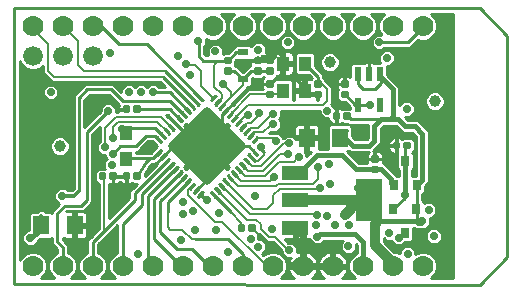
<source format=gbl>
G75*
G70*
%OFA0B0*%
%FSLAX24Y24*%
%IPPOS*%
%LPD*%
%AMOC8*
5,1,8,0,0,1.08239X$1,22.5*
%
%ADD10C,0.0100*%
%ADD11C,0.0125*%
%ADD12C,0.0394*%
%ADD13R,0.0394X0.0472*%
%ADD14R,0.0217X0.0472*%
%ADD15R,0.0310X0.0350*%
%ADD16R,0.0551X0.0630*%
%ADD17R,0.0413X0.0512*%
%ADD18C,0.0087*%
%ADD19C,0.0190*%
%ADD20R,0.0880X0.0480*%
%ADD21R,0.0866X0.1417*%
%ADD22R,0.0327X0.0248*%
%ADD23C,0.0700*%
%ADD24C,0.0660*%
%ADD25OC8,0.0240*%
%ADD26C,0.0080*%
%ADD27OC8,0.0270*%
%ADD28C,0.0160*%
%ADD29C,0.0570*%
%ADD30C,0.0720*%
%ADD31C,0.0240*%
%ADD32C,0.0320*%
%ADD33C,0.0120*%
D10*
X001820Y001850D02*
X017340Y001840D01*
X018270Y002770D01*
X018270Y010130D01*
X017350Y011050D01*
X001820Y011050D01*
X001820Y001850D01*
X002728Y002049D02*
X002857Y002178D01*
X002930Y002355D01*
X002930Y002545D01*
X002857Y002722D01*
X002722Y002857D01*
X002545Y002930D01*
X002355Y002930D01*
X002178Y002857D01*
X002043Y002722D01*
X002020Y002666D01*
X002020Y009286D01*
X002060Y009189D01*
X002189Y009060D01*
X002358Y008990D01*
X002541Y008990D01*
X002711Y009060D01*
X002780Y009129D01*
X002780Y008880D01*
X002880Y008780D01*
X003080Y008580D01*
X006701Y008580D01*
X006851Y008430D01*
X006645Y008430D01*
X006560Y008515D01*
X006340Y008515D01*
X006250Y008425D01*
X006160Y008515D01*
X005940Y008515D01*
X005850Y008425D01*
X005760Y008515D01*
X005540Y008515D01*
X005385Y008360D01*
X005385Y008270D01*
X005230Y008425D01*
X005125Y008530D01*
X004195Y008530D01*
X003915Y008250D01*
X003810Y008145D01*
X003810Y005039D01*
X003751Y004980D01*
X003615Y004980D01*
X003540Y005055D01*
X003320Y005055D01*
X003165Y004900D01*
X003165Y004680D01*
X003315Y004530D01*
X003090Y004305D01*
X003090Y004233D01*
X003068Y004255D01*
X002874Y004255D01*
X002818Y004311D01*
X002660Y004311D01*
X002604Y004255D01*
X002409Y004255D01*
X002333Y004179D01*
X002333Y003655D01*
X002260Y003655D01*
X002105Y003500D01*
X002105Y003280D01*
X002260Y003125D01*
X002480Y003125D01*
X002635Y003280D01*
X002635Y003323D01*
X002692Y003365D01*
X003068Y003365D01*
X003090Y003387D01*
X003090Y003195D01*
X003195Y003090D01*
X003270Y003015D01*
X003270Y002895D01*
X003178Y002857D01*
X003043Y002722D01*
X002970Y002545D01*
X002970Y002355D01*
X003043Y002178D01*
X003172Y002049D01*
X002728Y002049D01*
X002797Y002119D02*
X003103Y002119D01*
X003027Y002217D02*
X002873Y002217D01*
X002914Y002316D02*
X002986Y002316D01*
X002970Y002414D02*
X002930Y002414D01*
X002930Y002513D02*
X002970Y002513D01*
X002997Y002611D02*
X002903Y002611D01*
X002862Y002710D02*
X003038Y002710D01*
X003129Y002808D02*
X002771Y002808D01*
X002602Y002907D02*
X003270Y002907D01*
X003270Y003005D02*
X002020Y003005D01*
X002020Y002907D02*
X002298Y002907D01*
X002129Y002808D02*
X002020Y002808D01*
X002020Y002710D02*
X002038Y002710D01*
X002020Y003104D02*
X003182Y003104D01*
X003090Y003202D02*
X002557Y003202D01*
X002635Y003301D02*
X003090Y003301D01*
X003270Y003270D02*
X003270Y004230D01*
X003510Y004470D01*
X004070Y004470D01*
X004250Y004650D01*
X004250Y006920D01*
X004960Y007630D01*
X005210Y007635D02*
X005300Y007635D01*
X005300Y007667D02*
X005300Y007590D01*
X005210Y007590D01*
X005210Y007734D01*
X005064Y007880D01*
X004856Y007880D01*
X004710Y007734D01*
X004710Y007635D01*
X004170Y007095D01*
X004170Y007995D01*
X004345Y008170D01*
X004975Y008170D01*
X005317Y007829D01*
X005314Y007825D01*
X005300Y007770D01*
X005300Y007693D01*
X005562Y007693D01*
X005562Y007667D01*
X005300Y007667D01*
X005320Y007680D02*
X005050Y007950D01*
X004930Y007950D01*
X004890Y007990D01*
X004808Y007832D02*
X004170Y007832D01*
X004170Y007930D02*
X005215Y007930D01*
X005117Y008029D02*
X004203Y008029D01*
X004302Y008127D02*
X005018Y008127D01*
X005050Y008350D02*
X004270Y008350D01*
X003990Y008070D01*
X003990Y004950D01*
X003810Y005074D02*
X002020Y005074D01*
X002020Y005172D02*
X003810Y005172D01*
X003810Y005271D02*
X002020Y005271D01*
X002020Y005369D02*
X003810Y005369D01*
X003810Y005468D02*
X002020Y005468D01*
X002020Y005566D02*
X003810Y005566D01*
X003810Y005665D02*
X002020Y005665D01*
X002020Y005763D02*
X003810Y005763D01*
X003810Y005862D02*
X002020Y005862D01*
X002020Y005960D02*
X003810Y005960D01*
X003810Y006059D02*
X002020Y006059D01*
X002020Y006157D02*
X003203Y006157D01*
X003165Y006173D02*
X003285Y006123D01*
X003415Y006123D01*
X003535Y006173D01*
X003627Y006265D01*
X003677Y006385D01*
X003677Y006515D01*
X003627Y006635D01*
X003535Y006727D01*
X003415Y006777D01*
X003285Y006777D01*
X003165Y006727D01*
X003073Y006635D01*
X003023Y006515D01*
X003023Y006385D01*
X003073Y006265D01*
X003165Y006173D01*
X003082Y006256D02*
X002020Y006256D01*
X002020Y006354D02*
X003036Y006354D01*
X003023Y006453D02*
X002020Y006453D01*
X002020Y006551D02*
X003038Y006551D01*
X003087Y006650D02*
X002020Y006650D01*
X002020Y006748D02*
X003215Y006748D01*
X003485Y006748D02*
X003810Y006748D01*
X003810Y006650D02*
X003613Y006650D01*
X003662Y006551D02*
X003810Y006551D01*
X003810Y006453D02*
X003677Y006453D01*
X003664Y006354D02*
X003810Y006354D01*
X003810Y006256D02*
X003618Y006256D01*
X003497Y006157D02*
X003810Y006157D01*
X004430Y006157D02*
X004860Y006157D01*
X004860Y006160D02*
X004860Y006096D01*
X004921Y006036D01*
X004835Y005950D01*
X004835Y005730D01*
X004860Y005705D01*
X004633Y005705D01*
X004520Y005592D01*
X004520Y005308D01*
X004633Y005195D01*
X004660Y005195D01*
X004660Y003715D01*
X004375Y003430D01*
X004270Y003325D01*
X004270Y002895D01*
X004178Y002857D01*
X004043Y002722D01*
X003970Y002545D01*
X003970Y002355D01*
X004043Y002178D01*
X004173Y002048D01*
X003728Y002049D01*
X003857Y002178D01*
X003930Y002355D01*
X003930Y002545D01*
X003857Y002722D01*
X003722Y002857D01*
X003630Y002895D01*
X003630Y003165D01*
X003525Y003270D01*
X003525Y003270D01*
X003450Y003345D01*
X003450Y003399D01*
X003473Y003375D01*
X003508Y003355D01*
X003546Y003345D01*
X003791Y003345D01*
X003791Y003760D01*
X003891Y003760D01*
X003891Y003345D01*
X004137Y003345D01*
X004175Y003355D01*
X004209Y003375D01*
X004237Y003403D01*
X004257Y003437D01*
X004267Y003475D01*
X004267Y003760D01*
X003891Y003760D01*
X003891Y003860D01*
X003791Y003860D01*
X003791Y004275D01*
X003570Y004275D01*
X003585Y004290D01*
X004145Y004290D01*
X004430Y004575D01*
X004430Y006845D01*
X004690Y007105D01*
X004690Y006604D01*
X004600Y006514D01*
X004600Y006306D01*
X004746Y006160D01*
X004860Y006160D01*
X004898Y006059D02*
X004430Y006059D01*
X004430Y005960D02*
X004845Y005960D01*
X004835Y005862D02*
X004430Y005862D01*
X004430Y005763D02*
X004835Y005763D01*
X004592Y005665D02*
X004430Y005665D01*
X004430Y005566D02*
X004520Y005566D01*
X004520Y005468D02*
X004430Y005468D01*
X004430Y005369D02*
X004520Y005369D01*
X004557Y005271D02*
X004430Y005271D01*
X004430Y005172D02*
X004660Y005172D01*
X004660Y005074D02*
X004430Y005074D01*
X004430Y004975D02*
X004660Y004975D01*
X004660Y004877D02*
X004430Y004877D01*
X004430Y004778D02*
X004660Y004778D01*
X004660Y004680D02*
X004430Y004680D01*
X004430Y004581D02*
X004660Y004581D01*
X004660Y004483D02*
X004337Y004483D01*
X004239Y004384D02*
X004660Y004384D01*
X004660Y004286D02*
X003580Y004286D01*
X003791Y004187D02*
X003891Y004187D01*
X003891Y004275D02*
X003891Y003860D01*
X004267Y003860D01*
X004267Y004145D01*
X004257Y004183D01*
X004237Y004217D01*
X004209Y004245D01*
X004175Y004265D01*
X004137Y004275D01*
X003891Y004275D01*
X003891Y004089D02*
X003791Y004089D01*
X003791Y003990D02*
X003891Y003990D01*
X003891Y003892D02*
X003791Y003892D01*
X003891Y003793D02*
X004660Y003793D01*
X004660Y003892D02*
X004267Y003892D01*
X004267Y003990D02*
X004660Y003990D01*
X004660Y004089D02*
X004267Y004089D01*
X004254Y004187D02*
X004660Y004187D01*
X005000Y004187D02*
X005132Y004187D01*
X005034Y004089D02*
X005000Y004089D01*
X005000Y004055D02*
X005000Y005184D01*
X005035Y005175D01*
X005112Y005175D01*
X005112Y005437D01*
X005138Y005437D01*
X005138Y005463D01*
X005562Y005463D01*
X005562Y005437D01*
X005400Y005437D01*
X005138Y005437D01*
X005138Y005175D01*
X005215Y005175D01*
X005270Y005189D01*
X005318Y005217D01*
X005350Y005249D01*
X005382Y005217D01*
X005430Y005189D01*
X005485Y005175D01*
X005562Y005175D01*
X005562Y005437D01*
X005588Y005437D01*
X005588Y005175D01*
X005665Y005175D01*
X005720Y005189D01*
X005763Y005215D01*
X005783Y005195D01*
X005910Y005195D01*
X005775Y005060D01*
X005670Y004955D01*
X005670Y004725D01*
X005000Y004055D01*
X005000Y004286D02*
X005231Y004286D01*
X005329Y004384D02*
X005000Y004384D01*
X005000Y004483D02*
X005428Y004483D01*
X005526Y004581D02*
X005000Y004581D01*
X005000Y004680D02*
X005625Y004680D01*
X005670Y004778D02*
X005000Y004778D01*
X005000Y004877D02*
X005670Y004877D01*
X005690Y004975D02*
X005000Y004975D01*
X005000Y005074D02*
X005789Y005074D01*
X005887Y005172D02*
X005000Y005172D01*
X005112Y005271D02*
X005138Y005271D01*
X005138Y005369D02*
X005112Y005369D01*
X005562Y005369D02*
X005588Y005369D01*
X005588Y005271D02*
X005562Y005271D01*
X005925Y005450D02*
X006225Y005925D01*
X006350Y006050D01*
X005583Y006050D01*
X005550Y006017D01*
X005877Y006230D02*
X005877Y006270D01*
X005965Y006270D01*
X006070Y006375D01*
X006070Y006375D01*
X006305Y006610D01*
X006438Y006610D01*
X006598Y006450D01*
X006562Y006414D01*
X006560Y006414D01*
X006375Y006230D01*
X005877Y006230D01*
X005877Y006256D02*
X006401Y006256D01*
X006499Y006354D02*
X006049Y006354D01*
X006147Y006453D02*
X006595Y006453D01*
X006497Y006551D02*
X006246Y006551D01*
X006230Y006790D02*
X005890Y006450D01*
X005360Y006450D01*
X005110Y006200D01*
X004651Y006256D02*
X004430Y006256D01*
X004430Y006354D02*
X004600Y006354D01*
X004600Y006453D02*
X004430Y006453D01*
X004430Y006551D02*
X004637Y006551D01*
X004690Y006650D02*
X004430Y006650D01*
X004430Y006748D02*
X004690Y006748D01*
X004690Y006847D02*
X004431Y006847D01*
X004530Y006945D02*
X004690Y006945D01*
X004690Y007044D02*
X004628Y007044D01*
X004414Y007339D02*
X004170Y007339D01*
X004170Y007241D02*
X004316Y007241D01*
X004217Y007142D02*
X004170Y007142D01*
X004170Y007438D02*
X004513Y007438D01*
X004611Y007536D02*
X004170Y007536D01*
X004170Y007635D02*
X004710Y007635D01*
X004710Y007733D02*
X004170Y007733D01*
X003810Y007733D02*
X002020Y007733D01*
X002020Y007635D02*
X003810Y007635D01*
X003810Y007536D02*
X002020Y007536D01*
X002020Y007438D02*
X003810Y007438D01*
X003810Y007339D02*
X002020Y007339D01*
X002020Y007241D02*
X003810Y007241D01*
X003810Y007142D02*
X002020Y007142D01*
X002020Y007044D02*
X003810Y007044D01*
X003810Y006945D02*
X002020Y006945D01*
X002020Y006847D02*
X003810Y006847D01*
X003810Y007832D02*
X002020Y007832D01*
X002020Y007930D02*
X003810Y007930D01*
X003810Y008029D02*
X003182Y008029D01*
X003154Y008000D02*
X003300Y008146D01*
X003300Y008354D01*
X003154Y008500D01*
X002946Y008500D01*
X002800Y008354D01*
X002800Y008146D01*
X002946Y008000D01*
X003154Y008000D01*
X003281Y008127D02*
X003810Y008127D01*
X003891Y008226D02*
X003300Y008226D01*
X003300Y008324D02*
X003989Y008324D01*
X004088Y008423D02*
X003231Y008423D01*
X003040Y008620D02*
X002020Y008620D01*
X002020Y008718D02*
X002942Y008718D01*
X002843Y008817D02*
X002020Y008817D01*
X002020Y008915D02*
X002780Y008915D01*
X002780Y009014D02*
X002598Y009014D01*
X002763Y009112D02*
X002780Y009112D01*
X002302Y009014D02*
X002020Y009014D01*
X002020Y009112D02*
X002137Y009112D01*
X002051Y009211D02*
X002020Y009211D01*
X002020Y008521D02*
X004186Y008521D01*
X005050Y008350D02*
X005450Y007950D01*
X007028Y007950D01*
X007477Y007501D01*
X007338Y007362D02*
X007020Y007680D01*
X005925Y007680D01*
X005575Y007680D02*
X005320Y007680D01*
X005300Y007733D02*
X005210Y007733D01*
X005112Y007832D02*
X005314Y007832D01*
X005331Y008324D02*
X005385Y008324D01*
X005448Y008423D02*
X005232Y008423D01*
X005134Y008521D02*
X006760Y008521D01*
X006785Y008750D02*
X007756Y007779D01*
X007617Y007640D02*
X007007Y008250D01*
X006450Y008250D01*
X006884Y007500D02*
X006945Y007500D01*
X007001Y007445D01*
X006989Y007433D01*
X007199Y007223D01*
X007199Y007223D01*
X006989Y007433D01*
X006970Y007414D01*
X006893Y007490D01*
X006884Y007500D01*
X006946Y007438D02*
X006993Y007438D01*
X007083Y007339D02*
X007083Y007339D01*
X007181Y007241D02*
X007181Y007241D01*
X007199Y007223D02*
X007472Y006950D01*
X007750Y006950D01*
X007636Y006950D01*
X006782Y006095D01*
X006781Y006095D02*
X006571Y005885D01*
X006781Y006095D01*
X006781Y006095D01*
X006745Y006059D02*
X006745Y006059D01*
X006646Y005960D02*
X006646Y005960D01*
X006571Y005885D02*
X006586Y005870D01*
X006180Y005465D01*
X006180Y005517D01*
X006366Y005812D01*
X006425Y005870D01*
X006525Y005870D01*
X006555Y005901D01*
X006571Y005885D01*
X006577Y005862D02*
X006416Y005862D01*
X006478Y005763D02*
X006336Y005763D01*
X006380Y005665D02*
X006273Y005665D01*
X006281Y005566D02*
X006211Y005566D01*
X006183Y005468D02*
X006180Y005468D01*
X006350Y006050D02*
X006450Y006050D01*
X006634Y006234D01*
X006642Y006234D01*
X006921Y005956D02*
X006921Y005951D01*
X005850Y004880D01*
X005850Y004650D01*
X004830Y003630D01*
X004450Y003250D01*
X004450Y002450D01*
X004797Y002119D02*
X005103Y002119D01*
X005043Y002178D02*
X005173Y002048D01*
X004727Y002048D01*
X004857Y002178D01*
X004930Y002355D01*
X004930Y002545D01*
X004857Y002722D01*
X004722Y002857D01*
X004630Y002895D01*
X004630Y003175D01*
X005010Y003555D01*
X005270Y003815D01*
X005270Y002895D01*
X005178Y002857D01*
X005043Y002722D01*
X004970Y002545D01*
X004970Y002355D01*
X005043Y002178D01*
X005027Y002217D02*
X004873Y002217D01*
X004914Y002316D02*
X004986Y002316D01*
X004970Y002414D02*
X004930Y002414D01*
X004930Y002513D02*
X004970Y002513D01*
X004997Y002611D02*
X004903Y002611D01*
X004862Y002710D02*
X005038Y002710D01*
X005129Y002808D02*
X004771Y002808D01*
X004630Y002907D02*
X005270Y002907D01*
X005270Y003005D02*
X004630Y003005D01*
X004630Y003104D02*
X005270Y003104D01*
X005270Y003202D02*
X004657Y003202D01*
X004755Y003301D02*
X005270Y003301D01*
X005270Y003399D02*
X004854Y003399D01*
X004952Y003498D02*
X005270Y003498D01*
X005270Y003596D02*
X005051Y003596D01*
X005149Y003695D02*
X005270Y003695D01*
X005270Y003793D02*
X005248Y003793D01*
X005450Y003850D02*
X005450Y002450D01*
X006300Y002650D02*
X006450Y002500D01*
X006450Y002450D01*
X006300Y002650D02*
X006300Y004778D01*
X007199Y005677D01*
X007060Y005817D02*
X006100Y004857D01*
X006100Y004500D01*
X005450Y003850D01*
X004640Y003695D02*
X004267Y003695D01*
X004267Y003596D02*
X004541Y003596D01*
X004443Y003498D02*
X004267Y003498D01*
X004233Y003399D02*
X004344Y003399D01*
X004270Y003301D02*
X003494Y003301D01*
X003593Y003202D02*
X004270Y003202D01*
X004270Y003104D02*
X003630Y003104D01*
X003630Y003005D02*
X004270Y003005D01*
X004270Y002907D02*
X003630Y002907D01*
X003771Y002808D02*
X004129Y002808D01*
X004038Y002710D02*
X003862Y002710D01*
X003903Y002611D02*
X003997Y002611D01*
X003970Y002513D02*
X003930Y002513D01*
X003930Y002414D02*
X003970Y002414D01*
X003986Y002316D02*
X003914Y002316D01*
X003873Y002217D02*
X004027Y002217D01*
X004103Y002119D02*
X003797Y002119D01*
X003450Y002450D02*
X003450Y003090D01*
X003270Y003270D01*
X003791Y003399D02*
X003891Y003399D01*
X003891Y003498D02*
X003791Y003498D01*
X003791Y003596D02*
X003891Y003596D01*
X003891Y003695D02*
X003791Y003695D01*
X003090Y004286D02*
X002843Y004286D01*
X002634Y004286D02*
X002020Y004286D01*
X002020Y004384D02*
X003169Y004384D01*
X003268Y004483D02*
X002020Y004483D01*
X002020Y004581D02*
X003264Y004581D01*
X003166Y004680D02*
X002020Y004680D01*
X002020Y004778D02*
X003165Y004778D01*
X003165Y004877D02*
X002020Y004877D01*
X002020Y004975D02*
X003240Y004975D01*
X002341Y004187D02*
X002020Y004187D01*
X002020Y004089D02*
X002333Y004089D01*
X002333Y003990D02*
X002020Y003990D01*
X002020Y003892D02*
X002333Y003892D01*
X002333Y003793D02*
X002020Y003793D01*
X002020Y003695D02*
X002333Y003695D01*
X002201Y003596D02*
X002020Y003596D01*
X002020Y003498D02*
X002105Y003498D01*
X002105Y003399D02*
X002020Y003399D01*
X002020Y003301D02*
X002105Y003301D01*
X002183Y003202D02*
X002020Y003202D01*
X006500Y003350D02*
X007400Y002450D01*
X007450Y002450D01*
X007270Y003030D02*
X007750Y003030D01*
X008330Y002450D01*
X008450Y002450D01*
X009450Y002450D02*
X009450Y002850D01*
X008950Y003350D01*
X007850Y003350D01*
X007270Y003030D02*
X006700Y003600D01*
X006700Y004622D01*
X007477Y005399D01*
X007338Y005538D02*
X006500Y004700D01*
X006500Y003350D01*
X006950Y004250D02*
X006950Y004593D01*
X007617Y005260D01*
X007895Y004981D02*
X008750Y005836D01*
X008750Y005950D01*
X008811Y005960D02*
X008669Y005960D01*
X008712Y006059D02*
X008571Y006059D01*
X008614Y006157D02*
X008472Y006157D01*
X008515Y006256D02*
X008374Y006256D01*
X008417Y006354D02*
X008275Y006354D01*
X008250Y006379D02*
X008321Y006450D01*
X008250Y006521D01*
X008930Y007201D01*
X009001Y007130D01*
X008321Y006450D01*
X009001Y005770D01*
X008930Y005699D01*
X008250Y006379D01*
X007570Y005699D01*
X007499Y005770D01*
X008179Y006450D01*
X007499Y007130D01*
X007570Y007201D01*
X008250Y006521D01*
X008179Y006450D01*
X008250Y006379D01*
X008225Y006354D02*
X008083Y006354D01*
X008126Y006256D02*
X007985Y006256D01*
X008028Y006157D02*
X007886Y006157D01*
X007929Y006059D02*
X007788Y006059D01*
X007831Y005960D02*
X007689Y005960D01*
X007732Y005862D02*
X007591Y005862D01*
X007634Y005763D02*
X007506Y005763D01*
X007950Y006450D02*
X008250Y006450D01*
X008318Y006453D02*
X008323Y006453D01*
X008280Y006551D02*
X008422Y006551D01*
X008379Y006650D02*
X008520Y006650D01*
X008477Y006748D02*
X008619Y006748D01*
X008576Y006847D02*
X008717Y006847D01*
X008674Y006945D02*
X008816Y006945D01*
X008750Y006950D02*
X008950Y006950D01*
X009450Y006450D01*
X009642Y006450D01*
X009858Y006234D01*
X009719Y006095D02*
X009864Y005950D01*
X010150Y006250D02*
X010050Y006350D01*
X010050Y006410D01*
X010320Y006880D02*
X010380Y006940D01*
X010574Y006940D01*
X010720Y007086D01*
X010720Y007294D01*
X010644Y007370D01*
X010710Y007436D01*
X010710Y007640D01*
X012020Y007640D01*
X012020Y007526D01*
X012166Y007380D01*
X012300Y007380D01*
X012300Y007360D01*
X012314Y007305D01*
X012342Y007257D01*
X012382Y007217D01*
X012430Y007189D01*
X012485Y007175D01*
X012562Y007175D01*
X012562Y007437D01*
X012588Y007437D01*
X012588Y007175D01*
X012665Y007175D01*
X012720Y007189D01*
X012763Y007215D01*
X012783Y007195D01*
X012950Y007195D01*
X012970Y007175D01*
X012352Y007175D01*
X012276Y007099D01*
X012276Y006361D01*
X012277Y006360D01*
X011995Y006360D01*
X012004Y006395D01*
X012004Y006680D01*
X011629Y006680D01*
X011629Y006780D01*
X012004Y006780D01*
X012004Y007065D01*
X011994Y007103D01*
X011974Y007137D01*
X011947Y007165D01*
X011912Y007185D01*
X011874Y007195D01*
X011629Y007195D01*
X011629Y006780D01*
X011529Y006780D01*
X011529Y007195D01*
X011283Y007195D01*
X011245Y007185D01*
X011211Y007165D01*
X011183Y007137D01*
X011163Y007103D01*
X011153Y007065D01*
X011153Y006780D01*
X011529Y006780D01*
X011529Y006680D01*
X011629Y006680D01*
X011629Y006265D01*
X011728Y006265D01*
X011700Y006237D01*
X011570Y006107D01*
X011570Y006204D01*
X011509Y006265D01*
X011529Y006265D01*
X011529Y006680D01*
X011224Y006680D01*
X011104Y006800D01*
X010896Y006800D01*
X010816Y006720D01*
X010800Y006720D01*
X010800Y006734D01*
X010654Y006880D01*
X010320Y006880D01*
X010579Y006945D02*
X011153Y006945D01*
X011153Y006847D02*
X010687Y006847D01*
X010786Y006748D02*
X010844Y006748D01*
X011156Y006748D02*
X011529Y006748D01*
X011529Y006650D02*
X011629Y006650D01*
X011629Y006748D02*
X012276Y006748D01*
X012276Y006650D02*
X012004Y006650D01*
X012004Y006551D02*
X012276Y006551D01*
X012276Y006453D02*
X012004Y006453D01*
X011719Y006256D02*
X011518Y006256D01*
X011529Y006354D02*
X011629Y006354D01*
X011629Y006453D02*
X011529Y006453D01*
X011529Y006551D02*
X011629Y006551D01*
X011629Y006847D02*
X011529Y006847D01*
X011529Y006945D02*
X011629Y006945D01*
X011629Y007044D02*
X011529Y007044D01*
X011529Y007142D02*
X011629Y007142D01*
X011969Y007142D02*
X012319Y007142D01*
X012359Y007241D02*
X010720Y007241D01*
X010720Y007142D02*
X011188Y007142D01*
X011153Y007044D02*
X010677Y007044D01*
X010675Y007339D02*
X012305Y007339D01*
X012109Y007438D02*
X010710Y007438D01*
X010710Y007536D02*
X012020Y007536D01*
X012020Y007635D02*
X010710Y007635D01*
X011115Y007980D02*
X011123Y007987D01*
X011123Y008607D01*
X011046Y008683D01*
X010603Y008683D01*
X010583Y008718D01*
X010546Y008754D01*
X010589Y008797D01*
X010736Y008797D01*
X010736Y009153D01*
X010836Y009153D01*
X010836Y009253D01*
X010736Y009253D01*
X010736Y009609D01*
X010559Y009609D01*
X010521Y009598D01*
X010487Y009579D01*
X010478Y009570D01*
X010440Y009580D01*
X010363Y009580D01*
X010363Y009318D01*
X010337Y009318D01*
X010337Y009580D01*
X010260Y009580D01*
X010220Y009569D01*
X010220Y009774D01*
X010074Y009920D01*
X009866Y009920D01*
X009725Y009779D01*
X009667Y009837D01*
X009233Y009837D01*
X009159Y009763D01*
X009153Y009763D01*
X009048Y009657D01*
X008950Y009560D01*
X008808Y009560D01*
X008780Y009532D01*
X008780Y009714D01*
X008634Y009860D01*
X008426Y009860D01*
X008280Y009714D01*
X008280Y009506D01*
X008189Y009506D01*
X008170Y009525D02*
X008170Y009795D01*
X008215Y009840D01*
X008215Y010028D01*
X008355Y009970D01*
X008545Y009970D01*
X008722Y010043D01*
X008857Y010178D01*
X008930Y010355D01*
X008930Y010545D01*
X008857Y010722D01*
X008729Y010850D01*
X009171Y010850D01*
X009043Y010722D01*
X008970Y010545D01*
X008970Y010355D01*
X009043Y010178D01*
X009178Y010043D01*
X009355Y009970D01*
X009545Y009970D01*
X009722Y010043D01*
X009857Y010178D01*
X009930Y010355D01*
X009930Y010545D01*
X009857Y010722D01*
X009729Y010850D01*
X010171Y010850D01*
X010043Y010722D01*
X009970Y010545D01*
X009970Y010355D01*
X010043Y010178D01*
X010178Y010043D01*
X010355Y009970D01*
X010545Y009970D01*
X010722Y010043D01*
X010857Y010178D01*
X010930Y010355D01*
X010930Y010545D01*
X010857Y010722D01*
X010729Y010850D01*
X011171Y010850D01*
X011043Y010722D01*
X010970Y010545D01*
X010970Y010355D01*
X011043Y010178D01*
X011178Y010043D01*
X011355Y009970D01*
X011545Y009970D01*
X011722Y010043D01*
X011857Y010178D01*
X011930Y010355D01*
X011930Y010545D01*
X011857Y010722D01*
X011729Y010850D01*
X012171Y010850D01*
X012043Y010722D01*
X011970Y010545D01*
X011970Y010355D01*
X012043Y010178D01*
X012178Y010043D01*
X012355Y009970D01*
X012545Y009970D01*
X012722Y010043D01*
X012857Y010178D01*
X012930Y010355D01*
X012930Y010545D01*
X012857Y010722D01*
X012729Y010850D01*
X013171Y010850D01*
X013043Y010722D01*
X012970Y010545D01*
X012970Y010355D01*
X013043Y010178D01*
X013178Y010043D01*
X013355Y009970D01*
X013545Y009970D01*
X013722Y010043D01*
X013857Y010178D01*
X013930Y010355D01*
X013930Y010545D01*
X013857Y010722D01*
X013729Y010850D01*
X014171Y010850D01*
X014043Y010722D01*
X013970Y010545D01*
X013970Y010355D01*
X014043Y010178D01*
X014061Y010160D01*
X013886Y010160D01*
X013740Y010014D01*
X013740Y009806D01*
X013886Y009660D01*
X014094Y009660D01*
X014164Y009730D01*
X015025Y009730D01*
X015291Y009996D01*
X015355Y009970D01*
X015545Y009970D01*
X015722Y010043D01*
X015857Y010178D01*
X015930Y010355D01*
X015930Y010545D01*
X015857Y010722D01*
X015729Y010850D01*
X016450Y010850D01*
X016450Y002041D01*
X015717Y002041D01*
X015722Y002043D01*
X015857Y002178D01*
X015930Y002355D01*
X015930Y002545D01*
X015857Y002722D01*
X015722Y002857D01*
X015545Y002930D01*
X015355Y002930D01*
X015205Y002868D01*
X015205Y002980D01*
X015050Y003135D01*
X014830Y003135D01*
X014675Y002980D01*
X014675Y002876D01*
X014545Y002930D01*
X014480Y002930D01*
X014140Y003270D01*
X014140Y003386D01*
X014226Y003300D01*
X014400Y003300D01*
X014400Y003296D01*
X014546Y003150D01*
X014754Y003150D01*
X014849Y003245D01*
X015049Y003245D01*
X015125Y003321D01*
X015125Y003740D01*
X015143Y003740D01*
X015193Y003690D01*
X015487Y003690D01*
X015502Y003705D01*
X015540Y003705D01*
X015695Y003860D01*
X015695Y004045D01*
X015750Y004045D01*
X015905Y004200D01*
X015905Y004420D01*
X015750Y004575D01*
X015530Y004575D01*
X015505Y004550D01*
X015505Y004579D01*
X015429Y004655D01*
X015420Y004655D01*
X015420Y004845D01*
X015449Y004845D01*
X015525Y004921D01*
X015525Y005138D01*
X015640Y005253D01*
X015640Y006957D01*
X015517Y007080D01*
X015277Y007320D01*
X014957Y007320D01*
X014852Y007425D01*
X015020Y007425D01*
X015175Y007580D01*
X015175Y007800D01*
X015020Y007955D01*
X014800Y007955D01*
X014660Y007815D01*
X014660Y008437D01*
X014262Y008835D01*
X014262Y009125D01*
X014360Y009125D01*
X014515Y009280D01*
X014515Y009500D01*
X014360Y009655D01*
X014140Y009655D01*
X013985Y009500D01*
X013985Y009280D01*
X014037Y009228D01*
X013862Y009228D01*
X013851Y009217D01*
X013850Y009218D01*
X013816Y009238D01*
X013778Y009248D01*
X013654Y009248D01*
X013654Y008866D01*
X013646Y008866D01*
X013646Y009248D01*
X013522Y009248D01*
X013484Y009238D01*
X013450Y009218D01*
X013449Y009217D01*
X013438Y009228D01*
X013114Y009228D01*
X013038Y009152D01*
X013038Y008761D01*
X012995Y008786D01*
X012940Y008800D01*
X012863Y008800D01*
X012863Y008538D01*
X012837Y008538D01*
X012837Y008800D01*
X012760Y008800D01*
X012705Y008786D01*
X012657Y008758D01*
X012617Y008718D01*
X012589Y008670D01*
X012575Y008615D01*
X012575Y008538D01*
X012837Y008538D01*
X012837Y008512D01*
X012575Y008512D01*
X012575Y008435D01*
X012589Y008380D01*
X012615Y008337D01*
X012595Y008317D01*
X012595Y008033D01*
X012708Y007920D01*
X012850Y007920D01*
X013007Y007764D01*
X013038Y007733D01*
X013038Y007705D01*
X012783Y007705D01*
X012763Y007685D01*
X012720Y007711D01*
X012665Y007725D01*
X012588Y007725D01*
X012588Y007463D01*
X012562Y007463D01*
X012562Y007725D01*
X012520Y007725D01*
X012520Y007734D01*
X012397Y007857D01*
X012420Y007880D01*
X012420Y008420D01*
X012245Y008595D01*
X012245Y008595D01*
X012205Y008635D01*
X012205Y008667D01*
X012130Y008742D01*
X012130Y008841D01*
X011851Y009121D01*
X011851Y009513D01*
X011775Y009589D01*
X011254Y009589D01*
X011177Y009513D01*
X011177Y008893D01*
X011254Y008817D01*
X011646Y008817D01*
X011067Y008817D01*
X011050Y008807D02*
X011085Y008827D01*
X011113Y008855D01*
X011132Y008889D01*
X011143Y008927D01*
X011143Y009153D01*
X010836Y009153D01*
X010836Y008797D01*
X011012Y008797D01*
X011050Y008807D01*
X011150Y008750D02*
X011550Y008350D01*
X011550Y008250D01*
X011650Y008150D01*
X011950Y008150D01*
X011963Y008162D02*
X011963Y007980D01*
X011937Y007980D01*
X011937Y008162D01*
X011963Y008162D01*
X011963Y008127D02*
X011937Y008127D01*
X011937Y008029D02*
X011963Y008029D01*
X012420Y008029D02*
X012599Y008029D01*
X012595Y008127D02*
X012420Y008127D01*
X012420Y008226D02*
X012595Y008226D01*
X012602Y008324D02*
X012420Y008324D01*
X012418Y008423D02*
X012578Y008423D01*
X012576Y008620D02*
X012221Y008620D01*
X012154Y008718D02*
X012618Y008718D01*
X012837Y008718D02*
X012863Y008718D01*
X012863Y008620D02*
X012837Y008620D01*
X012837Y008521D02*
X012319Y008521D01*
X011950Y008525D02*
X011950Y008767D01*
X011514Y009203D01*
X011177Y009211D02*
X010836Y009211D01*
X010836Y009253D02*
X011143Y009253D01*
X011143Y009478D01*
X011132Y009517D01*
X011113Y009551D01*
X011085Y009579D01*
X011050Y009598D01*
X011012Y009609D01*
X010836Y009609D01*
X010836Y009253D01*
X010836Y009309D02*
X010736Y009309D01*
X010736Y009408D02*
X010836Y009408D01*
X010836Y009506D02*
X010736Y009506D01*
X010750Y009550D02*
X010550Y009550D01*
X010450Y009450D01*
X010095Y009450D01*
X009950Y009305D01*
X009963Y009309D02*
X010337Y009309D01*
X010337Y009318D02*
X010337Y009292D01*
X010075Y009292D01*
X009963Y009292D01*
X009963Y009318D01*
X009963Y009420D01*
X009937Y009420D01*
X009937Y009318D01*
X009963Y009318D01*
X010337Y009318D01*
X010350Y009350D02*
X010450Y009450D01*
X010363Y009408D02*
X010337Y009408D01*
X010350Y009350D02*
X009950Y009350D01*
X009937Y009318D02*
X009937Y009292D01*
X009675Y009292D01*
X009675Y009215D01*
X009689Y009160D01*
X009704Y009135D01*
X009653Y009135D01*
X009548Y009030D01*
X009450Y008932D01*
X009352Y009030D01*
X009247Y009135D01*
X009177Y009135D01*
X009205Y009163D01*
X009205Y009305D01*
X009231Y009331D01*
X009233Y009329D01*
X009667Y009329D01*
X009675Y009337D01*
X009675Y009318D01*
X009937Y009318D01*
X009937Y009309D02*
X009209Y009309D01*
X009205Y009211D02*
X009676Y009211D01*
X009630Y009112D02*
X009270Y009112D01*
X009352Y009030D02*
X009352Y009030D01*
X009368Y009014D02*
X009532Y009014D01*
X009728Y008955D02*
X009950Y008955D01*
X010350Y008955D01*
X010150Y008758D02*
X010154Y008754D01*
X010117Y008718D01*
X010089Y008670D01*
X010075Y008615D01*
X010075Y008538D01*
X010337Y008538D01*
X010337Y008512D01*
X010075Y008512D01*
X010075Y008435D01*
X010089Y008380D01*
X010110Y008345D01*
X009626Y008345D01*
X009527Y008245D01*
X009113Y007832D01*
X009094Y007851D01*
X009077Y007867D01*
X009140Y007930D01*
X009240Y008030D01*
X009240Y008035D01*
X009620Y008415D01*
X009620Y008423D01*
X009667Y008423D01*
X009743Y008499D01*
X009743Y008716D01*
X009768Y008740D01*
X009808Y008700D01*
X010092Y008700D01*
X010150Y008758D01*
X010118Y008718D02*
X010110Y008718D01*
X010076Y008620D02*
X009743Y008620D01*
X009745Y008718D02*
X009790Y008718D01*
X009743Y008521D02*
X010337Y008521D01*
X010350Y008525D02*
X010575Y008750D01*
X010750Y008750D01*
X011150Y008750D01*
X011215Y008673D02*
X011187Y008645D01*
X011168Y008611D01*
X011157Y008573D01*
X011157Y008347D01*
X011464Y008347D01*
X011464Y008247D01*
X011157Y008247D01*
X011157Y008022D01*
X011168Y007983D01*
X011170Y007980D01*
X011115Y007980D01*
X011123Y008029D02*
X011157Y008029D01*
X011157Y008127D02*
X011123Y008127D01*
X011123Y008226D02*
X011157Y008226D01*
X011123Y008324D02*
X011464Y008324D01*
X011464Y008347D02*
X011464Y008703D01*
X011288Y008703D01*
X011250Y008693D01*
X011215Y008673D01*
X011173Y008620D02*
X011110Y008620D01*
X011123Y008521D02*
X011157Y008521D01*
X011157Y008423D02*
X011123Y008423D01*
X011464Y008423D02*
X011564Y008423D01*
X011564Y008347D02*
X011464Y008347D01*
X011564Y008347D02*
X011564Y008703D01*
X011731Y008703D01*
X011745Y008717D01*
X011646Y008817D01*
X011744Y008718D02*
X010582Y008718D01*
X010750Y008750D02*
X010750Y009550D01*
X010736Y009605D02*
X010836Y009605D01*
X010846Y009660D02*
X011054Y009660D01*
X011200Y009806D01*
X011200Y010014D01*
X011054Y010160D01*
X010846Y010160D01*
X010700Y010014D01*
X010700Y009806D01*
X010846Y009660D01*
X010803Y009703D02*
X010220Y009703D01*
X010220Y009605D02*
X010544Y009605D01*
X010363Y009506D02*
X010337Y009506D01*
X010192Y009802D02*
X010705Y009802D01*
X010700Y009900D02*
X010094Y009900D01*
X010286Y009999D02*
X009614Y009999D01*
X009776Y010097D02*
X010124Y010097D01*
X010036Y010196D02*
X009864Y010196D01*
X009905Y010294D02*
X009995Y010294D01*
X009970Y010393D02*
X009930Y010393D01*
X009930Y010491D02*
X009970Y010491D01*
X009988Y010590D02*
X009912Y010590D01*
X009871Y010688D02*
X010029Y010688D01*
X010108Y010787D02*
X009792Y010787D01*
X009108Y010787D02*
X008792Y010787D01*
X008871Y010688D02*
X009029Y010688D01*
X008988Y010590D02*
X008912Y010590D01*
X008930Y010491D02*
X008970Y010491D01*
X008970Y010393D02*
X008930Y010393D01*
X008905Y010294D02*
X008995Y010294D01*
X009036Y010196D02*
X008864Y010196D01*
X008776Y010097D02*
X009124Y010097D01*
X009286Y009999D02*
X008614Y009999D01*
X008692Y009802D02*
X009198Y009802D01*
X009093Y009703D02*
X008780Y009703D01*
X008780Y009605D02*
X008995Y009605D01*
X009228Y009583D02*
X009450Y009583D01*
X009228Y009583D02*
X008950Y009305D01*
X008650Y009305D01*
X008135Y009305D01*
X007990Y009450D01*
X007990Y009910D01*
X007950Y009950D01*
X008215Y009999D02*
X008286Y009999D01*
X008215Y009900D02*
X009846Y009900D01*
X009748Y009802D02*
X009702Y009802D01*
X009937Y009408D02*
X009963Y009408D01*
X009728Y008955D02*
X009450Y008677D01*
X009172Y008955D01*
X008950Y008955D01*
X008301Y009485D02*
X008210Y009485D01*
X008170Y009525D01*
X008170Y009605D02*
X008280Y009605D01*
X008280Y009703D02*
X008170Y009703D01*
X008176Y009802D02*
X008368Y009802D01*
X008280Y009506D02*
X008301Y009485D01*
X006864Y008950D02*
X007895Y007918D01*
X008034Y008058D02*
X006242Y009850D01*
X005310Y009850D01*
X004710Y010450D01*
X004450Y010450D01*
X002869Y008423D02*
X002020Y008423D01*
X002020Y008324D02*
X002800Y008324D01*
X002800Y008226D02*
X002020Y008226D01*
X002020Y008127D02*
X002819Y008127D01*
X002918Y008029D02*
X002020Y008029D01*
X005410Y007010D02*
X005537Y006883D01*
X005550Y006883D01*
X005550Y006750D01*
X005550Y006883D02*
X005717Y007050D01*
X006536Y007050D01*
X006782Y006805D01*
X006642Y006666D02*
X006518Y006790D01*
X006230Y006790D01*
X007511Y007142D02*
X007629Y007142D01*
X007586Y007044D02*
X007727Y007044D01*
X007684Y006945D02*
X007826Y006945D01*
X007783Y006847D02*
X007924Y006847D01*
X007881Y006748D02*
X008023Y006748D01*
X007980Y006650D02*
X008121Y006650D01*
X008078Y006551D02*
X008220Y006551D01*
X008182Y006453D02*
X008177Y006453D01*
X008750Y006950D02*
X008750Y007507D01*
X008883Y007640D01*
X008749Y007506D01*
X008749Y007506D01*
X008883Y007640D01*
X008883Y007640D01*
X009094Y007851D01*
X008883Y007640D01*
X008883Y007640D01*
X008878Y007635D02*
X008878Y007635D01*
X008976Y007733D02*
X008976Y007733D01*
X009075Y007832D02*
X009075Y007832D01*
X009140Y007930D02*
X009211Y007930D01*
X009239Y008029D02*
X009310Y008029D01*
X009332Y008127D02*
X009408Y008127D01*
X009431Y008226D02*
X009507Y008226D01*
X009529Y008324D02*
X009605Y008324D01*
X009620Y008423D02*
X010078Y008423D01*
X010736Y008817D02*
X010836Y008817D01*
X010836Y008915D02*
X010736Y008915D01*
X010736Y009014D02*
X010836Y009014D01*
X010836Y009112D02*
X010736Y009112D01*
X011143Y009112D02*
X011177Y009112D01*
X011177Y009014D02*
X011143Y009014D01*
X011139Y008915D02*
X011177Y008915D01*
X011177Y009309D02*
X011143Y009309D01*
X011143Y009408D02*
X011177Y009408D01*
X011177Y009506D02*
X011135Y009506D01*
X011028Y009605D02*
X014090Y009605D01*
X014137Y009703D02*
X016450Y009703D01*
X016450Y009605D02*
X014410Y009605D01*
X014509Y009506D02*
X016450Y009506D01*
X016450Y009408D02*
X014515Y009408D01*
X014515Y009309D02*
X016450Y009309D01*
X016450Y009211D02*
X014445Y009211D01*
X014262Y009112D02*
X016450Y009112D01*
X016450Y009014D02*
X014262Y009014D01*
X014262Y008915D02*
X016450Y008915D01*
X016450Y008817D02*
X014280Y008817D01*
X014379Y008718D02*
X016450Y008718D01*
X016450Y008620D02*
X014477Y008620D01*
X014576Y008521D02*
X016450Y008521D01*
X016450Y008423D02*
X014660Y008423D01*
X014660Y008324D02*
X016450Y008324D01*
X016450Y008226D02*
X016037Y008226D01*
X016035Y008227D02*
X015915Y008277D01*
X015785Y008277D01*
X015665Y008227D01*
X015573Y008135D01*
X015523Y008015D01*
X015523Y007885D01*
X015573Y007765D01*
X015665Y007673D01*
X015785Y007623D01*
X015915Y007623D01*
X016035Y007673D01*
X016127Y007765D01*
X016177Y007885D01*
X016177Y008015D01*
X016127Y008135D01*
X016035Y008227D01*
X016130Y008127D02*
X016450Y008127D01*
X016450Y008029D02*
X016171Y008029D01*
X016177Y007930D02*
X016450Y007930D01*
X016450Y007832D02*
X016155Y007832D01*
X016095Y007733D02*
X016450Y007733D01*
X016450Y007635D02*
X015942Y007635D01*
X015758Y007635D02*
X015175Y007635D01*
X015175Y007733D02*
X015605Y007733D01*
X015545Y007832D02*
X015143Y007832D01*
X015045Y007930D02*
X015523Y007930D01*
X015529Y008029D02*
X014660Y008029D01*
X014660Y008127D02*
X015570Y008127D01*
X015663Y008226D02*
X014660Y008226D01*
X014660Y007930D02*
X014775Y007930D01*
X014677Y007832D02*
X014660Y007832D01*
X015032Y007438D02*
X016450Y007438D01*
X016450Y007536D02*
X015131Y007536D01*
X014938Y007339D02*
X016450Y007339D01*
X016450Y007241D02*
X015356Y007241D01*
X015455Y007142D02*
X016450Y007142D01*
X016450Y007044D02*
X015553Y007044D01*
X015640Y006945D02*
X016450Y006945D01*
X016450Y006847D02*
X015640Y006847D01*
X015640Y006748D02*
X016450Y006748D01*
X016450Y006650D02*
X015640Y006650D01*
X015640Y006551D02*
X016450Y006551D01*
X016450Y006453D02*
X015640Y006453D01*
X015640Y006354D02*
X016450Y006354D01*
X016450Y006256D02*
X015640Y006256D01*
X015640Y006157D02*
X016450Y006157D01*
X016450Y006059D02*
X015640Y006059D01*
X015640Y005960D02*
X016450Y005960D01*
X016450Y005862D02*
X015640Y005862D01*
X015640Y005763D02*
X016450Y005763D01*
X016450Y005665D02*
X015640Y005665D01*
X015640Y005566D02*
X016450Y005566D01*
X016450Y005468D02*
X015640Y005468D01*
X015640Y005369D02*
X016450Y005369D01*
X016450Y005271D02*
X015640Y005271D01*
X015559Y005172D02*
X016450Y005172D01*
X016450Y005074D02*
X015525Y005074D01*
X015525Y004975D02*
X016450Y004975D01*
X016450Y004877D02*
X015480Y004877D01*
X015420Y004778D02*
X016450Y004778D01*
X016450Y004680D02*
X015420Y004680D01*
X015503Y004581D02*
X016450Y004581D01*
X016450Y004483D02*
X015842Y004483D01*
X015905Y004384D02*
X016450Y004384D01*
X016450Y004286D02*
X015905Y004286D01*
X015892Y004187D02*
X016450Y004187D01*
X016450Y004089D02*
X015793Y004089D01*
X015695Y003990D02*
X016450Y003990D01*
X016450Y003892D02*
X015695Y003892D01*
X015628Y003793D02*
X016450Y003793D01*
X016450Y003695D02*
X015940Y003695D01*
X015920Y003715D02*
X015700Y003715D01*
X015545Y003560D01*
X015545Y003340D01*
X015700Y003185D01*
X015920Y003185D01*
X016075Y003340D01*
X016075Y003560D01*
X015920Y003715D01*
X016039Y003596D02*
X016450Y003596D01*
X016450Y003498D02*
X016075Y003498D01*
X016075Y003399D02*
X016450Y003399D01*
X016450Y003301D02*
X016035Y003301D01*
X015937Y003202D02*
X016450Y003202D01*
X016450Y003104D02*
X015081Y003104D01*
X015180Y003005D02*
X016450Y003005D01*
X016450Y002907D02*
X015602Y002907D01*
X015771Y002808D02*
X016450Y002808D01*
X016450Y002710D02*
X015862Y002710D01*
X015903Y002611D02*
X016450Y002611D01*
X016450Y002513D02*
X015930Y002513D01*
X015930Y002414D02*
X016450Y002414D01*
X016450Y002316D02*
X015914Y002316D01*
X015873Y002217D02*
X016450Y002217D01*
X016450Y002119D02*
X015797Y002119D01*
X015298Y002907D02*
X015205Y002907D01*
X014799Y003104D02*
X014307Y003104D01*
X014208Y003202D02*
X014494Y003202D01*
X014405Y003005D02*
X014700Y003005D01*
X014675Y002907D02*
X014602Y002907D01*
X014806Y003202D02*
X015683Y003202D01*
X015585Y003301D02*
X015104Y003301D01*
X015125Y003399D02*
X015545Y003399D01*
X015545Y003498D02*
X015125Y003498D01*
X015125Y003596D02*
X015581Y003596D01*
X015491Y003695D02*
X015680Y003695D01*
X015400Y003900D02*
X015430Y003970D01*
X015400Y003900D02*
X015250Y004050D01*
X015250Y004320D01*
X015220Y004350D01*
X015240Y004370D01*
X015240Y005150D01*
X014870Y004830D02*
X014850Y004740D01*
X014460Y004350D01*
X015125Y003695D02*
X015189Y003695D01*
X014840Y003550D02*
X014710Y003420D01*
X014650Y003400D01*
X014226Y003301D02*
X014140Y003301D01*
X013240Y003163D02*
X013240Y002883D01*
X013178Y002857D01*
X013043Y002722D01*
X012970Y002545D01*
X012970Y002355D01*
X013043Y002178D01*
X013178Y002043D01*
X013179Y002043D01*
X012740Y002043D01*
X012776Y002069D01*
X012831Y002124D01*
X012878Y002188D01*
X012913Y002258D01*
X012938Y002333D01*
X012948Y002400D01*
X012500Y002400D01*
X012500Y002500D01*
X012400Y002500D01*
X012400Y002948D01*
X012333Y002938D01*
X012258Y002913D01*
X012188Y002878D01*
X012124Y002831D01*
X012069Y002776D01*
X012022Y002712D01*
X011987Y002642D01*
X011962Y002567D01*
X011952Y002500D01*
X012400Y002500D01*
X012400Y002400D01*
X011952Y002400D01*
X011962Y002333D01*
X011987Y002258D01*
X012022Y002188D01*
X012069Y002124D01*
X012124Y002069D01*
X012159Y002043D01*
X011741Y002044D01*
X011776Y002069D01*
X011831Y002124D01*
X011878Y002188D01*
X011913Y002258D01*
X011938Y002333D01*
X011948Y002400D01*
X011500Y002400D01*
X011500Y002500D01*
X011400Y002500D01*
X011400Y002948D01*
X011333Y002938D01*
X011258Y002913D01*
X011250Y002909D01*
X011250Y003094D01*
X011104Y003240D01*
X010950Y003240D01*
X010840Y003350D01*
X011150Y003350D01*
X011150Y003690D01*
X011250Y003690D01*
X011250Y003350D01*
X011660Y003350D01*
X011680Y003355D01*
X011680Y003326D01*
X011826Y003180D01*
X012034Y003180D01*
X012154Y003300D01*
X012806Y003300D01*
X012720Y003214D01*
X012720Y003006D01*
X012866Y002860D01*
X013074Y002860D01*
X013220Y003006D01*
X013220Y003183D01*
X013240Y003163D01*
X013240Y003104D02*
X013220Y003104D01*
X013219Y003005D02*
X013240Y003005D01*
X013240Y002907D02*
X013120Y002907D01*
X013129Y002808D02*
X012799Y002808D01*
X012776Y002831D02*
X012712Y002878D01*
X012642Y002913D01*
X012567Y002938D01*
X012500Y002948D01*
X012500Y002500D01*
X012948Y002500D01*
X012938Y002567D01*
X012913Y002642D01*
X012878Y002712D01*
X012831Y002776D01*
X012776Y002831D01*
X012820Y002907D02*
X012655Y002907D01*
X012721Y003005D02*
X011250Y003005D01*
X011240Y003104D02*
X012720Y003104D01*
X012720Y003202D02*
X012056Y003202D01*
X011804Y003202D02*
X011142Y003202D01*
X010890Y003301D02*
X011706Y003301D01*
X011250Y003399D02*
X011150Y003399D01*
X011150Y003498D02*
X011250Y003498D01*
X011250Y003596D02*
X011150Y003596D01*
X010606Y003104D02*
X010220Y003104D01*
X010220Y003202D02*
X010508Y003202D01*
X010450Y003260D02*
X010750Y002960D01*
X010750Y002886D01*
X010896Y002740D01*
X011043Y002740D01*
X011022Y002712D01*
X010987Y002642D01*
X010962Y002567D01*
X010952Y002500D01*
X011400Y002500D01*
X011400Y002400D01*
X010952Y002400D01*
X010962Y002333D01*
X010987Y002258D01*
X011022Y002188D01*
X011069Y002124D01*
X011124Y002069D01*
X011158Y002044D01*
X010723Y002044D01*
X010857Y002178D01*
X010930Y002355D01*
X010930Y002545D01*
X010857Y002722D01*
X010722Y002857D01*
X010545Y002930D01*
X010355Y002930D01*
X010178Y002857D01*
X010131Y002810D01*
X010082Y002858D01*
X010220Y002996D01*
X010220Y003204D01*
X010074Y003350D01*
X009970Y003350D01*
X009970Y003454D01*
X009940Y003483D01*
X009948Y003487D01*
X009980Y003520D01*
X010140Y003360D01*
X010240Y003260D01*
X010450Y003260D01*
X010199Y003301D02*
X010123Y003301D01*
X010101Y003399D02*
X009970Y003399D01*
X009958Y003498D02*
X010002Y003498D01*
X009760Y003710D02*
X009755Y003715D01*
X009755Y003720D01*
X009058Y004250D02*
X008466Y004842D01*
X008250Y004660D02*
X008227Y004660D01*
X008034Y004842D01*
X008866Y005763D02*
X008994Y005763D01*
X008909Y005862D02*
X008768Y005862D01*
X008773Y007044D02*
X008914Y007044D01*
X008871Y007142D02*
X008989Y007142D01*
X008779Y007536D02*
X008779Y007536D01*
X011464Y008521D02*
X011564Y008521D01*
X011564Y008620D02*
X011464Y008620D01*
X011958Y009014D02*
X012124Y009014D01*
X012165Y008973D02*
X012073Y009065D01*
X012023Y009185D01*
X012023Y009315D01*
X012073Y009435D01*
X012165Y009527D01*
X012285Y009577D01*
X012415Y009577D01*
X012535Y009527D01*
X012627Y009435D01*
X012677Y009315D01*
X012677Y009185D01*
X012627Y009065D01*
X012535Y008973D01*
X012415Y008923D01*
X012285Y008923D01*
X012165Y008973D01*
X012056Y008915D02*
X013038Y008915D01*
X013038Y008817D02*
X012130Y008817D01*
X012053Y009112D02*
X011859Y009112D01*
X011851Y009211D02*
X012023Y009211D01*
X012023Y009309D02*
X011851Y009309D01*
X011851Y009408D02*
X012061Y009408D01*
X012144Y009506D02*
X011851Y009506D01*
X011200Y009900D02*
X013740Y009900D01*
X013740Y009999D02*
X013614Y009999D01*
X013776Y010097D02*
X013823Y010097D01*
X013864Y010196D02*
X014036Y010196D01*
X013995Y010294D02*
X013905Y010294D01*
X013930Y010393D02*
X013970Y010393D01*
X013970Y010491D02*
X013930Y010491D01*
X013912Y010590D02*
X013988Y010590D01*
X014029Y010688D02*
X013871Y010688D01*
X013792Y010787D02*
X014108Y010787D01*
X013108Y010787D02*
X012792Y010787D01*
X012871Y010688D02*
X013029Y010688D01*
X012988Y010590D02*
X012912Y010590D01*
X012930Y010491D02*
X012970Y010491D01*
X012970Y010393D02*
X012930Y010393D01*
X012905Y010294D02*
X012995Y010294D01*
X013036Y010196D02*
X012864Y010196D01*
X012776Y010097D02*
X013124Y010097D01*
X013286Y009999D02*
X012614Y009999D01*
X012286Y009999D02*
X011614Y009999D01*
X011776Y010097D02*
X012124Y010097D01*
X012036Y010196D02*
X011864Y010196D01*
X011905Y010294D02*
X011995Y010294D01*
X011970Y010393D02*
X011930Y010393D01*
X011930Y010491D02*
X011970Y010491D01*
X011988Y010590D02*
X011912Y010590D01*
X011871Y010688D02*
X012029Y010688D01*
X012108Y010787D02*
X011792Y010787D01*
X011108Y010787D02*
X010792Y010787D01*
X010871Y010688D02*
X011029Y010688D01*
X010988Y010590D02*
X010912Y010590D01*
X010930Y010491D02*
X010970Y010491D01*
X010970Y010393D02*
X010930Y010393D01*
X010905Y010294D02*
X010995Y010294D01*
X011036Y010196D02*
X010864Y010196D01*
X010783Y010097D02*
X010776Y010097D01*
X010700Y009999D02*
X010614Y009999D01*
X011117Y010097D02*
X011124Y010097D01*
X011200Y009999D02*
X011286Y009999D01*
X011195Y009802D02*
X013745Y009802D01*
X013843Y009703D02*
X011097Y009703D01*
X012556Y009506D02*
X013991Y009506D01*
X013985Y009408D02*
X012639Y009408D01*
X012677Y009309D02*
X013985Y009309D01*
X013654Y009211D02*
X013646Y009211D01*
X013646Y009112D02*
X013654Y009112D01*
X013646Y009014D02*
X013654Y009014D01*
X013646Y008915D02*
X013654Y008915D01*
X014024Y008862D02*
X014050Y008836D01*
X014050Y008550D01*
X013850Y008350D01*
X013450Y008350D01*
X013276Y008524D01*
X013276Y008862D01*
X013038Y009014D02*
X012576Y009014D01*
X012647Y009112D02*
X013038Y009112D01*
X013096Y009211D02*
X012677Y009211D01*
X013990Y009910D02*
X014950Y009910D01*
X015450Y010410D01*
X015450Y010450D01*
X015792Y010787D02*
X016450Y010787D01*
X016450Y010688D02*
X015871Y010688D01*
X015912Y010590D02*
X016450Y010590D01*
X016450Y010491D02*
X015930Y010491D01*
X015930Y010393D02*
X016450Y010393D01*
X016450Y010294D02*
X015905Y010294D01*
X015864Y010196D02*
X016450Y010196D01*
X016450Y010097D02*
X015776Y010097D01*
X015614Y009999D02*
X016450Y009999D01*
X016450Y009900D02*
X015195Y009900D01*
X015096Y009802D02*
X016450Y009802D01*
X013680Y007810D02*
X013304Y007810D01*
X013276Y007838D01*
X013187Y007838D01*
X012850Y008175D01*
X012825Y008175D01*
X012698Y007930D02*
X012420Y007930D01*
X012422Y007832D02*
X012939Y007832D01*
X013037Y007733D02*
X012520Y007733D01*
X012562Y007635D02*
X012588Y007635D01*
X012588Y007536D02*
X012562Y007536D01*
X012562Y007339D02*
X012588Y007339D01*
X012588Y007241D02*
X012562Y007241D01*
X012276Y007044D02*
X012004Y007044D01*
X012004Y006945D02*
X012276Y006945D01*
X012276Y006847D02*
X012004Y006847D01*
X012681Y006730D02*
X012925Y006974D01*
X013105Y006945D02*
X013620Y006945D01*
X013620Y006847D02*
X013087Y006847D01*
X013087Y006881D02*
X013105Y006899D01*
X013105Y007048D01*
X013087Y007067D01*
X013087Y007099D01*
X013016Y007170D01*
X013620Y007170D01*
X013620Y006717D01*
X013583Y006680D01*
X013197Y006680D01*
X013087Y006790D01*
X013087Y006881D01*
X013129Y006748D02*
X013620Y006748D01*
X013620Y007044D02*
X013105Y007044D01*
X013044Y007142D02*
X013620Y007142D01*
X014040Y007023D02*
X014157Y007140D01*
X014543Y007140D01*
X014660Y007023D01*
X014783Y006900D01*
X015103Y006900D01*
X015220Y006783D01*
X015220Y005455D01*
X015080Y005455D01*
X015080Y005656D01*
X015145Y005721D01*
X015145Y006179D01*
X015088Y006236D01*
X015180Y006328D01*
X015180Y006612D01*
X015067Y006725D01*
X014783Y006725D01*
X014763Y006705D01*
X014720Y006731D01*
X014665Y006745D01*
X014588Y006745D01*
X014588Y006483D01*
X014562Y006483D01*
X014562Y006745D01*
X014485Y006745D01*
X014430Y006731D01*
X014382Y006703D01*
X014342Y006663D01*
X014314Y006615D01*
X014300Y006560D01*
X014300Y006483D01*
X014562Y006483D01*
X014562Y006457D01*
X014588Y006457D01*
X014588Y006195D01*
X014591Y006195D01*
X014575Y006179D01*
X014575Y005721D01*
X014651Y005645D01*
X014660Y005645D01*
X014660Y005455D01*
X014582Y005455D01*
X014477Y005560D01*
X014152Y005885D01*
X014112Y005885D01*
X014125Y005935D01*
X014125Y006012D01*
X013863Y006012D01*
X013863Y006038D01*
X013837Y006038D01*
X013837Y006300D01*
X013797Y006300D01*
X013917Y006420D01*
X014040Y006543D01*
X014040Y007023D01*
X014061Y007044D02*
X014639Y007044D01*
X014738Y006945D02*
X014040Y006945D01*
X014040Y006847D02*
X015156Y006847D01*
X015220Y006748D02*
X014040Y006748D01*
X014040Y006650D02*
X014335Y006650D01*
X014300Y006551D02*
X014040Y006551D01*
X013950Y006453D02*
X014300Y006453D01*
X014300Y006457D02*
X014300Y006380D01*
X014314Y006325D01*
X014342Y006277D01*
X014382Y006237D01*
X014430Y006209D01*
X014485Y006195D01*
X014562Y006195D01*
X014562Y006457D01*
X014300Y006457D01*
X014307Y006354D02*
X013851Y006354D01*
X013863Y006300D02*
X013863Y006038D01*
X014125Y006038D01*
X014125Y006115D01*
X014111Y006170D01*
X014083Y006218D01*
X014043Y006258D01*
X013995Y006286D01*
X013940Y006300D01*
X013863Y006300D01*
X013863Y006256D02*
X013837Y006256D01*
X013837Y006157D02*
X013863Y006157D01*
X013863Y006059D02*
X013837Y006059D01*
X013837Y006038D02*
X013837Y006012D01*
X013575Y006012D01*
X013575Y005935D01*
X013588Y005885D01*
X013312Y005885D01*
X012912Y006285D01*
X012998Y006285D01*
X013023Y006260D01*
X013661Y006260D01*
X013657Y006258D01*
X013617Y006218D01*
X013589Y006170D01*
X013575Y006115D01*
X013575Y006038D01*
X013837Y006038D01*
X014125Y006059D02*
X014575Y006059D01*
X014575Y006157D02*
X014114Y006157D01*
X014045Y006256D02*
X014364Y006256D01*
X014562Y006256D02*
X014588Y006256D01*
X014588Y006354D02*
X014562Y006354D01*
X014562Y006453D02*
X014588Y006453D01*
X014588Y006551D02*
X014562Y006551D01*
X014562Y006650D02*
X014588Y006650D01*
X014860Y006405D02*
X014925Y006470D01*
X014860Y006405D02*
X014860Y005950D01*
X014870Y005940D01*
X014575Y005960D02*
X014125Y005960D01*
X014175Y005862D02*
X014575Y005862D01*
X014575Y005763D02*
X014274Y005763D01*
X014372Y005665D02*
X014632Y005665D01*
X014660Y005566D02*
X014471Y005566D01*
X014569Y005468D02*
X014660Y005468D01*
X015080Y005468D02*
X015220Y005468D01*
X015220Y005566D02*
X015080Y005566D01*
X015088Y005665D02*
X015220Y005665D01*
X015220Y005763D02*
X015145Y005763D01*
X015145Y005862D02*
X015220Y005862D01*
X015220Y005960D02*
X015145Y005960D01*
X015145Y006059D02*
X015220Y006059D01*
X015220Y006157D02*
X015145Y006157D01*
X015108Y006256D02*
X015220Y006256D01*
X015220Y006354D02*
X015180Y006354D01*
X015180Y006453D02*
X015220Y006453D01*
X015220Y006551D02*
X015180Y006551D01*
X015143Y006650D02*
X015220Y006650D01*
X014070Y007350D02*
X013050Y007350D01*
X012950Y007450D01*
X012925Y007450D01*
X012941Y006256D02*
X013655Y006256D01*
X013586Y006157D02*
X013040Y006157D01*
X013138Y006059D02*
X013575Y006059D01*
X013575Y005960D02*
X013237Y005960D01*
X011620Y006157D02*
X011570Y006157D01*
X010705Y003005D02*
X010220Y003005D01*
X010298Y002907D02*
X010130Y002907D01*
X010602Y002907D02*
X010750Y002907D01*
X010771Y002808D02*
X010828Y002808D01*
X010862Y002710D02*
X011021Y002710D01*
X010977Y002611D02*
X010903Y002611D01*
X010930Y002513D02*
X010954Y002513D01*
X010930Y002414D02*
X011400Y002414D01*
X011400Y002513D02*
X011500Y002513D01*
X011500Y002500D02*
X011500Y002948D01*
X011567Y002938D01*
X011642Y002913D01*
X011712Y002878D01*
X011776Y002831D01*
X011831Y002776D01*
X011878Y002712D01*
X011913Y002642D01*
X011938Y002567D01*
X011948Y002500D01*
X011500Y002500D01*
X011500Y002414D02*
X012400Y002414D01*
X012400Y002513D02*
X012500Y002513D01*
X012500Y002611D02*
X012400Y002611D01*
X012400Y002710D02*
X012500Y002710D01*
X012500Y002808D02*
X012400Y002808D01*
X012400Y002907D02*
X012500Y002907D01*
X012245Y002907D02*
X011655Y002907D01*
X011500Y002907D02*
X011400Y002907D01*
X011400Y002808D02*
X011500Y002808D01*
X011500Y002710D02*
X011400Y002710D01*
X011400Y002611D02*
X011500Y002611D01*
X011799Y002808D02*
X012101Y002808D01*
X012021Y002710D02*
X011879Y002710D01*
X011923Y002611D02*
X011977Y002611D01*
X011954Y002513D02*
X011946Y002513D01*
X011932Y002316D02*
X011968Y002316D01*
X012008Y002217D02*
X011892Y002217D01*
X011826Y002119D02*
X012074Y002119D01*
X012500Y002414D02*
X012970Y002414D01*
X012970Y002513D02*
X012946Y002513D01*
X012923Y002611D02*
X012997Y002611D01*
X013038Y002710D02*
X012879Y002710D01*
X012932Y002316D02*
X012986Y002316D01*
X013027Y002217D02*
X012892Y002217D01*
X012826Y002119D02*
X013103Y002119D01*
X011074Y002119D02*
X010797Y002119D01*
X010873Y002217D02*
X011008Y002217D01*
X010968Y002316D02*
X010914Y002316D01*
X010450Y002450D02*
X010450Y002500D01*
X010400Y002550D01*
D11*
X009818Y003657D02*
X009692Y003657D01*
X009692Y003783D01*
X009818Y003783D01*
X009818Y003657D01*
X009818Y003781D02*
X009692Y003781D01*
X009468Y003657D02*
X009342Y003657D01*
X009342Y003783D01*
X009468Y003783D01*
X009468Y003657D01*
X009468Y003781D02*
X009342Y003781D01*
X005988Y005513D02*
X005862Y005513D01*
X005988Y005513D02*
X005988Y005387D01*
X005862Y005387D01*
X005862Y005513D01*
X005862Y005511D02*
X005988Y005511D01*
X005638Y005513D02*
X005512Y005513D01*
X005638Y005513D02*
X005638Y005387D01*
X005512Y005387D01*
X005512Y005513D01*
X005512Y005511D02*
X005638Y005511D01*
X005188Y005387D02*
X005062Y005387D01*
X005062Y005513D01*
X005188Y005513D01*
X005188Y005387D01*
X005188Y005511D02*
X005062Y005511D01*
X004838Y005387D02*
X004712Y005387D01*
X004712Y005513D01*
X004838Y005513D01*
X004838Y005387D01*
X004838Y005511D02*
X004712Y005511D01*
X005512Y007743D02*
X005638Y007743D01*
X005638Y007617D01*
X005512Y007617D01*
X005512Y007743D01*
X005512Y007741D02*
X005638Y007741D01*
X005862Y007743D02*
X005988Y007743D01*
X005988Y007617D01*
X005862Y007617D01*
X005862Y007743D01*
X005862Y007741D02*
X005988Y007741D01*
X009013Y008892D02*
X009013Y009018D01*
X009013Y008892D02*
X008887Y008892D01*
X008887Y009018D01*
X009013Y009018D01*
X009013Y009016D02*
X008887Y009016D01*
X009013Y009242D02*
X009013Y009368D01*
X009013Y009242D02*
X008887Y009242D01*
X008887Y009368D01*
X009013Y009368D01*
X009013Y009366D02*
X008887Y009366D01*
X010013Y009368D02*
X010013Y009242D01*
X009887Y009242D01*
X009887Y009368D01*
X010013Y009368D01*
X010013Y009366D02*
X009887Y009366D01*
X010013Y009018D02*
X010013Y008892D01*
X009887Y008892D01*
X009887Y009018D01*
X010013Y009018D01*
X010013Y009016D02*
X009887Y009016D01*
X010413Y009018D02*
X010413Y008892D01*
X010287Y008892D01*
X010287Y009018D01*
X010413Y009018D01*
X010413Y009016D02*
X010287Y009016D01*
X010413Y009242D02*
X010413Y009368D01*
X010413Y009242D02*
X010287Y009242D01*
X010287Y009368D01*
X010413Y009368D01*
X010413Y009366D02*
X010287Y009366D01*
X010287Y008588D02*
X010287Y008462D01*
X010287Y008588D02*
X010413Y008588D01*
X010413Y008462D01*
X010287Y008462D01*
X010287Y008586D02*
X010413Y008586D01*
X010287Y008238D02*
X010287Y008112D01*
X010287Y008238D02*
X010413Y008238D01*
X010413Y008112D01*
X010287Y008112D01*
X010287Y008236D02*
X010413Y008236D01*
X012013Y008238D02*
X012013Y008112D01*
X011887Y008112D01*
X011887Y008238D01*
X012013Y008238D01*
X012013Y008236D02*
X011887Y008236D01*
X012013Y008462D02*
X012013Y008588D01*
X012013Y008462D02*
X011887Y008462D01*
X011887Y008588D01*
X012013Y008588D01*
X012013Y008586D02*
X011887Y008586D01*
X012913Y008588D02*
X012913Y008462D01*
X012787Y008462D01*
X012787Y008588D01*
X012913Y008588D01*
X012913Y008586D02*
X012787Y008586D01*
X012913Y008238D02*
X012913Y008112D01*
X012787Y008112D01*
X012787Y008238D01*
X012913Y008238D01*
X012913Y008236D02*
X012787Y008236D01*
X012862Y007513D02*
X012988Y007513D01*
X012988Y007387D01*
X012862Y007387D01*
X012862Y007513D01*
X012862Y007511D02*
X012988Y007511D01*
X012638Y007513D02*
X012512Y007513D01*
X012638Y007513D02*
X012638Y007387D01*
X012512Y007387D01*
X012512Y007513D01*
X012512Y007511D02*
X012638Y007511D01*
X014512Y006407D02*
X014638Y006407D01*
X014512Y006407D02*
X014512Y006533D01*
X014638Y006533D01*
X014638Y006407D01*
X014638Y006531D02*
X014512Y006531D01*
X014862Y006407D02*
X014988Y006407D01*
X014862Y006407D02*
X014862Y006533D01*
X014988Y006533D01*
X014988Y006407D01*
X014988Y006531D02*
X014862Y006531D01*
X013913Y006088D02*
X013913Y005962D01*
X013787Y005962D01*
X013787Y006088D01*
X013913Y006088D01*
X013913Y006086D02*
X013787Y006086D01*
X013913Y005738D02*
X013913Y005612D01*
X013787Y005612D01*
X013787Y005738D01*
X013913Y005738D01*
X013913Y005736D02*
X013787Y005736D01*
D12*
X015850Y007950D03*
X012350Y009250D03*
X003350Y006450D03*
D13*
X005550Y006017D03*
X005550Y006883D03*
D14*
X013276Y007838D03*
X014024Y007838D03*
X014024Y008862D03*
X013650Y008862D03*
X013276Y008862D03*
D15*
X014860Y005950D03*
X014480Y005150D03*
X015240Y005150D03*
X015220Y004350D03*
X014460Y004350D03*
X014840Y003550D03*
D16*
X012681Y006730D03*
X011579Y006730D03*
X003841Y003810D03*
X002739Y003810D03*
D17*
X010786Y008297D03*
X011514Y008297D03*
X011514Y009203D03*
X010786Y009203D03*
D18*
X008809Y007860D02*
X008663Y007714D01*
X008809Y007860D02*
X008825Y007844D01*
X008679Y007698D01*
X008663Y007714D01*
X008733Y007784D02*
X008765Y007784D01*
X008948Y007721D02*
X008802Y007575D01*
X008948Y007721D02*
X008964Y007705D01*
X008818Y007559D01*
X008802Y007575D01*
X008872Y007645D02*
X008904Y007645D01*
X009088Y007582D02*
X008942Y007436D01*
X009088Y007582D02*
X009104Y007566D01*
X008958Y007420D01*
X008942Y007436D01*
X009012Y007506D02*
X009044Y007506D01*
X009227Y007443D02*
X009081Y007297D01*
X009227Y007443D02*
X009243Y007427D01*
X009097Y007281D01*
X009081Y007297D01*
X009151Y007367D02*
X009183Y007367D01*
X009366Y007304D02*
X009220Y007158D01*
X009366Y007304D02*
X009382Y007288D01*
X009236Y007142D01*
X009220Y007158D01*
X009290Y007228D02*
X009322Y007228D01*
X009505Y007164D02*
X009359Y007018D01*
X009505Y007164D02*
X009521Y007148D01*
X009375Y007002D01*
X009359Y007018D01*
X009429Y007088D02*
X009461Y007088D01*
X009644Y007025D02*
X009498Y006879D01*
X009644Y007025D02*
X009660Y007009D01*
X009514Y006863D01*
X009498Y006879D01*
X009568Y006949D02*
X009600Y006949D01*
X009784Y006886D02*
X009638Y006740D01*
X009784Y006886D02*
X009800Y006870D01*
X009654Y006724D01*
X009638Y006740D01*
X009708Y006810D02*
X009740Y006810D01*
X009923Y006747D02*
X009777Y006601D01*
X009923Y006747D02*
X009939Y006731D01*
X009793Y006585D01*
X009777Y006601D01*
X009847Y006671D02*
X009879Y006671D01*
X009793Y006315D02*
X009939Y006169D01*
X009923Y006153D01*
X009777Y006299D01*
X009793Y006315D01*
X009837Y006239D02*
X009869Y006239D01*
X009800Y006030D02*
X009654Y006176D01*
X009800Y006030D02*
X009784Y006014D01*
X009638Y006160D01*
X009654Y006176D01*
X009698Y006100D02*
X009730Y006100D01*
X009660Y005891D02*
X009514Y006037D01*
X009660Y005891D02*
X009644Y005875D01*
X009498Y006021D01*
X009514Y006037D01*
X009558Y005961D02*
X009590Y005961D01*
X009521Y005752D02*
X009375Y005898D01*
X009521Y005752D02*
X009505Y005736D01*
X009359Y005882D01*
X009375Y005898D01*
X009419Y005822D02*
X009451Y005822D01*
X009382Y005612D02*
X009236Y005758D01*
X009382Y005612D02*
X009366Y005596D01*
X009220Y005742D01*
X009236Y005758D01*
X009280Y005682D02*
X009312Y005682D01*
X009243Y005473D02*
X009097Y005619D01*
X009243Y005473D02*
X009227Y005457D01*
X009081Y005603D01*
X009097Y005619D01*
X009141Y005543D02*
X009173Y005543D01*
X009104Y005334D02*
X008958Y005480D01*
X009104Y005334D02*
X009088Y005318D01*
X008942Y005464D01*
X008958Y005480D01*
X009002Y005404D02*
X009034Y005404D01*
X008964Y005195D02*
X008818Y005341D01*
X008964Y005195D02*
X008948Y005179D01*
X008802Y005325D01*
X008818Y005341D01*
X008862Y005265D02*
X008894Y005265D01*
X008825Y005056D02*
X008679Y005202D01*
X008825Y005056D02*
X008809Y005040D01*
X008663Y005186D01*
X008679Y005202D01*
X008723Y005126D02*
X008755Y005126D01*
X008686Y004916D02*
X008540Y005062D01*
X008686Y004916D02*
X008670Y004900D01*
X008524Y005046D01*
X008540Y005062D01*
X008584Y004986D02*
X008616Y004986D01*
X008547Y004777D02*
X008401Y004923D01*
X008547Y004777D02*
X008531Y004761D01*
X008385Y004907D01*
X008401Y004923D01*
X008445Y004847D02*
X008477Y004847D01*
X008115Y004907D02*
X007969Y004761D01*
X007953Y004777D01*
X008099Y004923D01*
X008115Y004907D01*
X008055Y004847D02*
X008023Y004847D01*
X007830Y004900D02*
X007976Y005046D01*
X007830Y004900D02*
X007814Y004916D01*
X007960Y005062D01*
X007976Y005046D01*
X007916Y004986D02*
X007884Y004986D01*
X007691Y005040D02*
X007837Y005186D01*
X007691Y005040D02*
X007675Y005056D01*
X007821Y005202D01*
X007837Y005186D01*
X007777Y005126D02*
X007745Y005126D01*
X007552Y005179D02*
X007698Y005325D01*
X007552Y005179D02*
X007536Y005195D01*
X007682Y005341D01*
X007698Y005325D01*
X007638Y005265D02*
X007606Y005265D01*
X007412Y005318D02*
X007558Y005464D01*
X007412Y005318D02*
X007396Y005334D01*
X007542Y005480D01*
X007558Y005464D01*
X007498Y005404D02*
X007466Y005404D01*
X007273Y005457D02*
X007419Y005603D01*
X007273Y005457D02*
X007257Y005473D01*
X007403Y005619D01*
X007419Y005603D01*
X007359Y005543D02*
X007327Y005543D01*
X007134Y005596D02*
X007280Y005742D01*
X007134Y005596D02*
X007118Y005612D01*
X007264Y005758D01*
X007280Y005742D01*
X007220Y005682D02*
X007188Y005682D01*
X006995Y005736D02*
X007141Y005882D01*
X006995Y005736D02*
X006979Y005752D01*
X007125Y005898D01*
X007141Y005882D01*
X007081Y005822D02*
X007049Y005822D01*
X006856Y005875D02*
X007002Y006021D01*
X006856Y005875D02*
X006840Y005891D01*
X006986Y006037D01*
X007002Y006021D01*
X006942Y005961D02*
X006910Y005961D01*
X006717Y006014D02*
X006863Y006160D01*
X006717Y006014D02*
X006701Y006030D01*
X006847Y006176D01*
X006863Y006160D01*
X006803Y006100D02*
X006771Y006100D01*
X006577Y006153D02*
X006723Y006299D01*
X006577Y006153D02*
X006561Y006169D01*
X006707Y006315D01*
X006723Y006299D01*
X006663Y006239D02*
X006631Y006239D01*
X006707Y006585D02*
X006561Y006731D01*
X006577Y006747D01*
X006723Y006601D01*
X006707Y006585D01*
X006653Y006671D02*
X006621Y006671D01*
X006701Y006870D02*
X006847Y006724D01*
X006701Y006870D02*
X006717Y006886D01*
X006863Y006740D01*
X006847Y006724D01*
X006793Y006810D02*
X006761Y006810D01*
X006840Y007009D02*
X006986Y006863D01*
X006840Y007009D02*
X006856Y007025D01*
X007002Y006879D01*
X006986Y006863D01*
X006932Y006949D02*
X006900Y006949D01*
X006979Y007148D02*
X007125Y007002D01*
X006979Y007148D02*
X006995Y007164D01*
X007141Y007018D01*
X007125Y007002D01*
X007071Y007088D02*
X007039Y007088D01*
X007118Y007288D02*
X007264Y007142D01*
X007118Y007288D02*
X007134Y007304D01*
X007280Y007158D01*
X007264Y007142D01*
X007210Y007228D02*
X007178Y007228D01*
X007257Y007427D02*
X007403Y007281D01*
X007257Y007427D02*
X007273Y007443D01*
X007419Y007297D01*
X007403Y007281D01*
X007349Y007367D02*
X007317Y007367D01*
X007396Y007566D02*
X007542Y007420D01*
X007396Y007566D02*
X007412Y007582D01*
X007558Y007436D01*
X007542Y007420D01*
X007488Y007506D02*
X007456Y007506D01*
X007536Y007705D02*
X007682Y007559D01*
X007536Y007705D02*
X007552Y007721D01*
X007698Y007575D01*
X007682Y007559D01*
X007628Y007645D02*
X007596Y007645D01*
X007675Y007844D02*
X007821Y007698D01*
X007675Y007844D02*
X007691Y007860D01*
X007837Y007714D01*
X007821Y007698D01*
X007767Y007784D02*
X007735Y007784D01*
X007814Y007983D02*
X007960Y007837D01*
X007814Y007983D02*
X007830Y007999D01*
X007976Y007853D01*
X007960Y007837D01*
X007906Y007923D02*
X007874Y007923D01*
X007953Y008123D02*
X008099Y007977D01*
X007953Y008123D02*
X007969Y008139D01*
X008115Y007993D01*
X008099Y007977D01*
X008045Y008063D02*
X008013Y008063D01*
X008385Y007993D02*
X008531Y008139D01*
X008547Y008123D01*
X008401Y007977D01*
X008385Y007993D01*
X008455Y008063D02*
X008487Y008063D01*
X008670Y007999D02*
X008524Y007853D01*
X008670Y007999D02*
X008686Y007983D01*
X008540Y007837D01*
X008524Y007853D01*
X008594Y007923D02*
X008626Y007923D01*
D19*
X007041Y006450D02*
X008250Y005241D01*
X007041Y006450D02*
X008250Y007659D01*
X009459Y006450D01*
X008250Y005241D01*
X008439Y005430D02*
X008061Y005430D01*
X007872Y005619D02*
X008628Y005619D01*
X008817Y005808D02*
X007683Y005808D01*
X007494Y005997D02*
X009006Y005997D01*
X009195Y006186D02*
X007305Y006186D01*
X007116Y006375D02*
X009384Y006375D01*
X009345Y006564D02*
X007155Y006564D01*
X007344Y006753D02*
X009156Y006753D01*
X008967Y006942D02*
X007533Y006942D01*
X007722Y007131D02*
X008778Y007131D01*
X008589Y007320D02*
X007911Y007320D01*
X008100Y007509D02*
X008400Y007509D01*
D20*
X011200Y005560D03*
X011200Y004650D03*
X011200Y003740D03*
D21*
X013640Y004650D03*
D22*
X009450Y008677D03*
X009450Y009583D03*
D23*
X009450Y010450D03*
X008450Y010450D03*
X007450Y010450D03*
X006450Y010450D03*
X005450Y010450D03*
X004450Y010450D03*
X003450Y010450D03*
X002450Y010450D03*
X010450Y010450D03*
X011450Y010450D03*
X012450Y010450D03*
X013450Y010450D03*
X014450Y010450D03*
X015450Y010450D03*
X015450Y002450D03*
X014450Y002450D03*
X013450Y002450D03*
X012450Y002450D03*
X011450Y002450D03*
X010450Y002450D03*
X009450Y002450D03*
X008450Y002450D03*
X007450Y002450D03*
X006450Y002450D03*
X005450Y002450D03*
X004450Y002450D03*
X003450Y002450D03*
X002450Y002450D03*
D24*
X002450Y009450D03*
X003450Y009450D03*
X004450Y009450D03*
D25*
X005030Y009550D03*
X003050Y008250D03*
X002650Y007050D03*
X002250Y007050D03*
X002250Y005850D03*
X002650Y005850D03*
X004850Y006410D03*
X005110Y006200D03*
X005120Y006710D03*
X005410Y007010D03*
X004960Y007630D03*
X007750Y006350D03*
X008110Y005950D03*
X009870Y004790D03*
X010480Y005410D03*
X010940Y006190D03*
X011320Y006100D03*
X011000Y006550D03*
X010550Y006630D03*
X010050Y006410D03*
X010470Y007190D03*
X010460Y007540D03*
X010000Y007550D03*
X009630Y007480D03*
X008780Y008540D03*
X008530Y009610D03*
X009970Y009670D03*
X010440Y009450D03*
X010750Y009550D03*
X010950Y009910D03*
X011950Y010030D03*
X012790Y009910D03*
X013990Y009910D03*
X015250Y009450D03*
X015650Y009450D03*
X015950Y009750D03*
X016050Y009250D03*
X015650Y009050D03*
X015250Y009050D03*
X015250Y008650D03*
X015250Y008250D03*
X015250Y007850D03*
X015250Y007450D03*
X015610Y007100D03*
X015960Y007100D03*
X016380Y007550D03*
X016380Y007950D03*
X016380Y008350D03*
X016100Y008610D03*
X016050Y010250D03*
X012270Y007630D03*
X010770Y008770D03*
X012310Y005870D03*
X011970Y005760D03*
X012350Y005190D03*
X012020Y005050D03*
X011910Y004170D03*
X012260Y004110D03*
X011900Y003810D03*
X011930Y003430D03*
X011000Y002990D03*
X009970Y003100D03*
X009720Y003350D03*
X008950Y002930D03*
X007450Y004180D03*
X007790Y004290D03*
X007450Y004580D03*
X005950Y002850D03*
X012970Y003110D03*
X012990Y003830D03*
X014330Y003550D03*
X014650Y003400D03*
X016050Y003150D03*
X016350Y002950D03*
X016050Y002750D03*
X016350Y002550D03*
X016350Y002150D03*
X016350Y003350D03*
X016350Y003750D03*
X016050Y003950D03*
X016350Y004150D03*
X016050Y004350D03*
X016350Y004550D03*
X016050Y004750D03*
X016350Y004950D03*
X016050Y005150D03*
X016350Y005350D03*
X016350Y005750D03*
X016350Y006150D03*
X013280Y005070D03*
D26*
X012020Y005050D02*
X011990Y005020D01*
X010680Y005020D01*
X010470Y004810D01*
X010470Y004550D01*
X010270Y004350D01*
X009793Y004350D01*
X008883Y005260D01*
X008744Y005121D02*
X009675Y004190D01*
X011890Y004190D01*
X011910Y004170D01*
X010960Y002990D02*
X010520Y003430D01*
X010310Y003430D01*
X010050Y003690D01*
X010050Y003850D01*
X009900Y004000D01*
X009586Y004000D01*
X008605Y004981D01*
X009023Y005399D02*
X009031Y005399D01*
X009290Y005140D01*
X010560Y005140D01*
X010610Y005190D01*
X011780Y005190D01*
X011950Y005360D01*
X011950Y005740D01*
X011970Y005760D01*
X011320Y006100D02*
X011280Y006080D01*
X011140Y005940D01*
X010670Y005940D01*
X010190Y005460D01*
X009518Y005460D01*
X009301Y005677D01*
X009440Y005817D02*
X009637Y005620D01*
X010130Y005620D01*
X010700Y006190D01*
X010940Y006190D01*
X011000Y006550D02*
X010820Y006550D01*
X010060Y005790D01*
X009770Y005790D01*
X009604Y005956D01*
X009579Y005956D01*
X009864Y005950D02*
X009950Y005950D01*
X010150Y006150D01*
X010150Y006250D01*
X009858Y006666D02*
X009902Y006710D01*
X010470Y006710D01*
X010550Y006630D01*
X010110Y006910D02*
X010340Y007140D01*
X010470Y007190D01*
X010110Y006910D02*
X009824Y006910D01*
X009719Y006805D01*
X009579Y006944D02*
X009705Y007070D01*
X009960Y007070D01*
X010430Y007540D01*
X010460Y007540D01*
X010000Y007550D02*
X010000Y007500D01*
X009730Y007230D01*
X009587Y007230D01*
X009440Y007083D01*
X009301Y007223D02*
X009558Y007480D01*
X009630Y007480D01*
X009610Y007810D02*
X009162Y007362D01*
X009023Y007501D02*
X009697Y008175D01*
X010350Y008175D01*
X010664Y008175D01*
X010786Y008297D01*
X009610Y007810D02*
X012110Y007810D01*
X012250Y007950D01*
X012250Y008350D01*
X012075Y008525D01*
X011950Y008525D01*
X009450Y008485D02*
X008744Y007779D01*
X008749Y007779D01*
X009070Y008100D01*
X009070Y008250D01*
X008780Y008540D01*
X008500Y008440D02*
X008500Y009155D01*
X008650Y009305D01*
X008050Y008950D02*
X007850Y009150D01*
X007570Y009150D01*
X007540Y009180D01*
X008050Y008950D02*
X008050Y008473D01*
X008466Y008058D01*
X008605Y007918D02*
X008638Y007918D01*
X008638Y007938D01*
X008750Y008050D01*
X008750Y008190D01*
X008500Y008440D01*
X009450Y008485D02*
X009450Y008677D01*
X007060Y007083D02*
X006723Y007420D01*
X005221Y007420D01*
X004860Y007059D01*
X004860Y006420D01*
X004850Y006410D01*
X005120Y006710D02*
X005120Y007080D01*
X005300Y007260D01*
X006585Y007260D01*
X006921Y006944D01*
X004830Y005395D02*
X004830Y003630D01*
X006950Y003750D02*
X007030Y003670D01*
X007430Y003670D01*
X007750Y003350D01*
X007850Y003350D01*
X008520Y003930D02*
X008770Y003930D01*
X010150Y002550D01*
X010400Y002550D01*
X010410Y003060D02*
X010540Y003060D01*
X011050Y002550D01*
X011320Y002550D01*
X011460Y002410D01*
X011000Y002990D02*
X010960Y002990D01*
X010410Y003060D02*
X009760Y003710D01*
X009405Y003720D02*
X009405Y003903D01*
X009058Y004250D01*
X008520Y003930D02*
X007610Y004840D01*
X007610Y004975D01*
X007756Y005121D01*
X006950Y004250D02*
X006950Y003750D01*
X004830Y005395D02*
X004775Y005450D01*
X009162Y005538D02*
X009400Y005300D01*
X010370Y005300D01*
X010480Y005410D01*
X006785Y008750D02*
X003150Y008750D01*
X002950Y008950D01*
X002950Y009850D01*
X002450Y010350D01*
X002450Y010450D01*
X003450Y010450D02*
X003950Y009950D01*
X003950Y009150D01*
X004150Y008950D01*
X006864Y008950D01*
D27*
X007290Y009470D03*
X007540Y009180D03*
X007700Y008820D03*
X006450Y008250D03*
X006050Y008250D03*
X005650Y008250D03*
X004890Y007990D03*
X006450Y006450D03*
X007750Y005950D03*
X008750Y005950D03*
X008750Y006950D03*
X007750Y006950D03*
X005100Y005840D03*
X005550Y004850D03*
X004510Y004440D03*
X003430Y004790D03*
X002370Y003390D03*
X004950Y002900D03*
X007390Y003330D03*
X007860Y003660D03*
X008570Y003650D03*
X008640Y004230D03*
X008250Y004660D03*
X010420Y003700D03*
X012530Y003840D03*
X012850Y004170D03*
X013050Y004360D03*
X014870Y004830D03*
X015640Y004310D03*
X015430Y003970D03*
X015810Y003450D03*
X014940Y002870D03*
X014250Y006050D03*
X013450Y006050D03*
X013450Y006850D03*
X014250Y006850D03*
X014910Y007690D03*
X013680Y007810D03*
X014250Y009390D03*
X007950Y009950D03*
D28*
X011514Y008297D02*
X011636Y008175D01*
X011950Y008175D01*
X013830Y007110D02*
X014070Y007350D01*
X014350Y007350D01*
X014450Y007450D01*
X014450Y008350D01*
X014024Y008776D01*
X014024Y008862D01*
X014350Y007350D02*
X014630Y007350D01*
X014870Y007110D01*
X015190Y007110D01*
X015430Y006870D01*
X015430Y005340D01*
X015240Y005150D01*
X014870Y004830D02*
X014870Y005940D01*
X014390Y005350D02*
X014065Y005675D01*
X013850Y005675D01*
X013225Y005675D01*
X012750Y006150D01*
X011910Y006150D01*
X011480Y005720D01*
X011480Y005560D01*
X011200Y005560D01*
X012681Y006730D02*
X012850Y006730D01*
X013110Y006470D01*
X013670Y006470D01*
X013830Y006630D01*
X013830Y007110D01*
X014390Y005350D02*
X014390Y005240D01*
X014480Y005150D01*
X013670Y004620D02*
X013640Y004650D01*
X013670Y004620D02*
X013670Y004230D01*
X013950Y003950D01*
X013910Y003910D01*
X013950Y003950D02*
X015230Y003950D01*
X015280Y003900D01*
X015400Y003900D01*
X013450Y003250D02*
X013450Y002450D01*
X013450Y003250D02*
X013190Y003510D01*
X012010Y003510D01*
X011930Y003430D01*
X002739Y003659D02*
X002370Y003390D01*
X002739Y003659D02*
X002739Y003810D01*
D29*
X003510Y005470D03*
X003510Y007430D03*
D30*
X002450Y007830D03*
X002450Y005070D03*
D31*
X011200Y003740D02*
X011450Y003490D01*
X011450Y002450D01*
X011450Y002420D01*
X011460Y002410D01*
X011450Y002450D02*
X012450Y002450D01*
D32*
X013850Y003150D02*
X013850Y003850D01*
X013910Y003910D01*
X013640Y004650D02*
X013070Y004630D01*
X013050Y004360D01*
X012850Y004170D01*
X013250Y004650D02*
X011200Y004650D01*
X013250Y004650D02*
X013640Y004650D01*
X013850Y003150D02*
X014450Y002550D01*
X014450Y002450D01*
D33*
X013250Y004650D02*
X013280Y004680D01*
X013280Y005070D01*
X003990Y004950D02*
X003830Y004790D01*
X003430Y004790D01*
X002739Y004121D02*
X002739Y003810D01*
M02*

</source>
